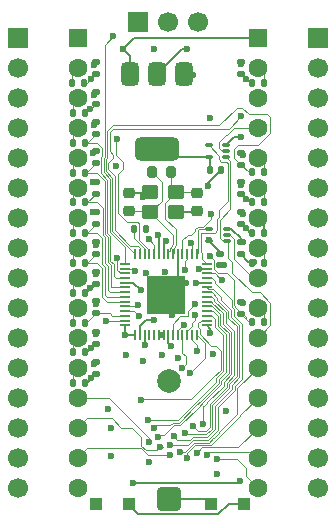
<source format=gbr>
%TF.GenerationSoftware,KiCad,Pcbnew,9.0.2-9.0.2-0~ubuntu22.04.1*%
%TF.CreationDate,2025-06-23T10:34:33-07:00*%
%TF.ProjectId,ds1486,64733134-3836-42e6-9b69-6361645f7063,rev?*%
%TF.SameCoordinates,Original*%
%TF.FileFunction,Copper,L1,Top*%
%TF.FilePolarity,Positive*%
%FSLAX46Y46*%
G04 Gerber Fmt 4.6, Leading zero omitted, Abs format (unit mm)*
G04 Created by KiCad (PCBNEW 9.0.2-9.0.2-0~ubuntu22.04.1) date 2025-06-23 10:34:33*
%MOMM*%
%LPD*%
G01*
G04 APERTURE LIST*
G04 Aperture macros list*
%AMRoundRect*
0 Rectangle with rounded corners*
0 $1 Rounding radius*
0 $2 $3 $4 $5 $6 $7 $8 $9 X,Y pos of 4 corners*
0 Add a 4 corners polygon primitive as box body*
4,1,4,$2,$3,$4,$5,$6,$7,$8,$9,$2,$3,0*
0 Add four circle primitives for the rounded corners*
1,1,$1+$1,$2,$3*
1,1,$1+$1,$4,$5*
1,1,$1+$1,$6,$7*
1,1,$1+$1,$8,$9*
0 Add four rect primitives between the rounded corners*
20,1,$1+$1,$2,$3,$4,$5,0*
20,1,$1+$1,$4,$5,$6,$7,0*
20,1,$1+$1,$6,$7,$8,$9,0*
20,1,$1+$1,$8,$9,$2,$3,0*%
G04 Aperture macros list end*
%TA.AperFunction,SMDPad,CuDef*%
%ADD10RoundRect,0.140000X-0.140000X-0.170000X0.140000X-0.170000X0.140000X0.170000X-0.140000X0.170000X0*%
%TD*%
%TA.AperFunction,SMDPad,CuDef*%
%ADD11RoundRect,0.140000X-0.170000X0.140000X-0.170000X-0.140000X0.170000X-0.140000X0.170000X0.140000X0*%
%TD*%
%TA.AperFunction,SMDPad,CuDef*%
%ADD12RoundRect,0.135000X-0.135000X-0.185000X0.135000X-0.185000X0.135000X0.185000X-0.135000X0.185000X0*%
%TD*%
%TA.AperFunction,SMDPad,CuDef*%
%ADD13RoundRect,0.135000X-0.185000X0.135000X-0.185000X-0.135000X0.185000X-0.135000X0.185000X0.135000X0*%
%TD*%
%TA.AperFunction,ComponentPad*%
%ADD14R,1.600000X1.600000*%
%TD*%
%TA.AperFunction,ComponentPad*%
%ADD15C,1.600000*%
%TD*%
%TA.AperFunction,SMDPad,CuDef*%
%ADD16RoundRect,0.135000X0.135000X0.185000X-0.135000X0.185000X-0.135000X-0.185000X0.135000X-0.185000X0*%
%TD*%
%TA.AperFunction,SMDPad,CuDef*%
%ADD17RoundRect,0.250000X0.300000X0.300000X-0.300000X0.300000X-0.300000X-0.300000X0.300000X-0.300000X0*%
%TD*%
%TA.AperFunction,ComponentPad*%
%ADD18R,1.700000X1.700000*%
%TD*%
%TA.AperFunction,ComponentPad*%
%ADD19C,1.700000*%
%TD*%
%TA.AperFunction,ComponentPad*%
%ADD20RoundRect,0.300000X-0.700000X-0.700000X0.700000X-0.700000X0.700000X0.700000X-0.700000X0.700000X0*%
%TD*%
%TA.AperFunction,ComponentPad*%
%ADD21C,2.000000*%
%TD*%
%TA.AperFunction,SMDPad,CuDef*%
%ADD22RoundRect,0.250000X0.450000X0.350000X-0.450000X0.350000X-0.450000X-0.350000X0.450000X-0.350000X0*%
%TD*%
%TA.AperFunction,SMDPad,CuDef*%
%ADD23RoundRect,0.050000X0.285000X0.100000X-0.285000X0.100000X-0.285000X-0.100000X0.285000X-0.100000X0*%
%TD*%
%TA.AperFunction,SMDPad,CuDef*%
%ADD24RoundRect,0.225000X-0.250000X0.225000X-0.250000X-0.225000X0.250000X-0.225000X0.250000X0.225000X0*%
%TD*%
%TA.AperFunction,SMDPad,CuDef*%
%ADD25RoundRect,0.225000X0.250000X-0.225000X0.250000X0.225000X-0.250000X0.225000X-0.250000X-0.225000X0*%
%TD*%
%TA.AperFunction,SMDPad,CuDef*%
%ADD26RoundRect,0.050000X0.387500X0.050000X-0.387500X0.050000X-0.387500X-0.050000X0.387500X-0.050000X0*%
%TD*%
%TA.AperFunction,SMDPad,CuDef*%
%ADD27RoundRect,0.050000X0.050000X0.387500X-0.050000X0.387500X-0.050000X-0.387500X0.050000X-0.387500X0*%
%TD*%
%TA.AperFunction,HeatsinkPad*%
%ADD28R,3.200000X3.200000*%
%TD*%
%TA.AperFunction,SMDPad,CuDef*%
%ADD29RoundRect,0.375000X-0.375000X0.625000X-0.375000X-0.625000X0.375000X-0.625000X0.375000X0.625000X0*%
%TD*%
%TA.AperFunction,SMDPad,CuDef*%
%ADD30RoundRect,0.500000X-1.400000X0.500000X-1.400000X-0.500000X1.400000X-0.500000X1.400000X0.500000X0*%
%TD*%
%TA.AperFunction,SMDPad,CuDef*%
%ADD31RoundRect,0.200000X0.200000X0.275000X-0.200000X0.275000X-0.200000X-0.275000X0.200000X-0.275000X0*%
%TD*%
%TA.AperFunction,ViaPad*%
%ADD32C,0.600000*%
%TD*%
%TA.AperFunction,Conductor*%
%ADD33C,0.100000*%
%TD*%
%TA.AperFunction,Conductor*%
%ADD34C,0.200000*%
%TD*%
G04 APERTURE END LIST*
D10*
%TO.P,C19,1*%
%TO.N,+3V3*%
X122940000Y-74700000D03*
%TO.P,C19,2*%
%TO.N,GND*%
X123900000Y-74700000D03*
%TD*%
D11*
%TO.P,C18,1*%
%TO.N,+3V3*%
X123800000Y-81800000D03*
%TO.P,C18,2*%
%TO.N,GND*%
X123800000Y-82760000D03*
%TD*%
D12*
%TO.P,R12,1*%
%TO.N,/A14*%
X111300000Y-69850000D03*
%TO.P,R12,2*%
%TO.N,/AC14*%
X112320000Y-69850000D03*
%TD*%
%TO.P,R5,1*%
%TO.N,/A3*%
X111300000Y-85100000D03*
%TO.P,R5,2*%
%TO.N,/AC3*%
X112320000Y-85100000D03*
%TD*%
D13*
%TO.P,R33,1*%
%TO.N,GND*%
X113250000Y-68080000D03*
%TO.P,R33,2*%
%TO.N,/AC14*%
X113250000Y-69100000D03*
%TD*%
D14*
%TO.P,J4,1,Pin_1*%
%TO.N,/INTB_*%
X111760000Y-63500000D03*
D15*
%TO.P,J4,2,Pin_2*%
%TO.N,/A16*%
X111760000Y-66040000D03*
%TO.P,J4,3,Pin_3*%
%TO.N,/A14*%
X111760000Y-68580000D03*
%TO.P,J4,4,Pin_4*%
%TO.N,/A12*%
X111760000Y-71120000D03*
%TO.P,J4,5,Pin_5*%
%TO.N,/A7*%
X111760000Y-73660000D03*
%TO.P,J4,6,Pin_6*%
%TO.N,/A6*%
X111760000Y-76200000D03*
%TO.P,J4,7,Pin_7*%
%TO.N,/A5*%
X111760000Y-78740000D03*
%TO.P,J4,8,Pin_8*%
%TO.N,/A4*%
X111760000Y-81280000D03*
%TO.P,J4,9,Pin_9*%
%TO.N,/A3*%
X111760000Y-83820000D03*
%TO.P,J4,10,Pin_10*%
%TO.N,/A2*%
X111760000Y-86360000D03*
%TO.P,J4,11,Pin_11*%
%TO.N,/A1*%
X111760000Y-88900000D03*
%TO.P,J4,12,Pin_12*%
%TO.N,/A0*%
X111760000Y-91440000D03*
%TO.P,J4,13,Pin_13*%
%TO.N,/DQ0*%
X111760000Y-93980000D03*
%TO.P,J4,14,Pin_14*%
%TO.N,/DQ1*%
X111760000Y-96520000D03*
%TO.P,J4,15,Pin_15*%
%TO.N,/DQ2*%
X111760000Y-99060000D03*
%TO.P,J4,16,Pin_16*%
%TO.N,GND*%
X111760000Y-101600000D03*
%TD*%
D13*
%TO.P,R28,1*%
%TO.N,GND*%
X125550000Y-78230000D03*
%TO.P,R28,2*%
%TO.N,/AC9*%
X125550000Y-79250000D03*
%TD*%
%TO.P,R21,1*%
%TO.N,GND*%
X113250000Y-85830000D03*
%TO.P,R21,2*%
%TO.N,/AC2*%
X113250000Y-86850000D03*
%TD*%
D12*
%TO.P,R19,1*%
%TO.N,/A16*%
X111280000Y-67300000D03*
%TO.P,R19,2*%
%TO.N,/AC16*%
X112300000Y-67300000D03*
%TD*%
D16*
%TO.P,R17,1*%
%TO.N,/A9*%
X127500000Y-80000000D03*
%TO.P,R17,2*%
%TO.N,/AC9*%
X126480000Y-80000000D03*
%TD*%
D13*
%TO.P,R35,1*%
%TO.N,GND*%
X113250000Y-65580000D03*
%TO.P,R35,2*%
%TO.N,/AC16*%
X113250000Y-66600000D03*
%TD*%
D16*
%TO.P,R11,1*%
%TO.N,/A15*%
X127500000Y-67300000D03*
%TO.P,R11,2*%
%TO.N,/AC15*%
X126480000Y-67300000D03*
%TD*%
D12*
%TO.P,R7,1*%
%TO.N,/A5*%
X111300000Y-80000000D03*
%TO.P,R7,2*%
%TO.N,/AC5*%
X112320000Y-80000000D03*
%TD*%
%TO.P,R6,1*%
%TO.N,/A2*%
X111300000Y-87650000D03*
%TO.P,R6,2*%
%TO.N,/AC2*%
X112320000Y-87650000D03*
%TD*%
D13*
%TO.P,R3,1*%
%TO.N,GND*%
X113250000Y-90930000D03*
%TO.P,R3,2*%
%TO.N,/AC0*%
X113250000Y-91950000D03*
%TD*%
D17*
%TO.P,D1,1,K*%
%TO.N,/VRTC*%
X116050000Y-102950000D03*
%TO.P,D1,2,A*%
%TO.N,+3V3*%
X113250000Y-102950000D03*
%TD*%
D18*
%TO.P,J3,1,Pin_1*%
%TO.N,+5V*%
X132080000Y-63500000D03*
D19*
%TO.P,J3,2,Pin_2*%
%TO.N,/A15*%
X132080000Y-66040000D03*
%TO.P,J3,3,Pin_3*%
%TO.N,/INTA_*%
X132080000Y-68580000D03*
%TO.P,J3,4,Pin_4*%
%TO.N,/WE_*%
X132080000Y-71120000D03*
%TO.P,J3,5,Pin_5*%
%TO.N,/A13*%
X132080000Y-73660000D03*
%TO.P,J3,6,Pin_6*%
%TO.N,/A8*%
X132080000Y-76200000D03*
%TO.P,J3,7,Pin_7*%
%TO.N,/A9*%
X132080000Y-78740000D03*
%TO.P,J3,8,Pin_8*%
%TO.N,/A11*%
X132080000Y-81280000D03*
%TO.P,J3,9,Pin_9*%
%TO.N,/OE_*%
X132080000Y-83820000D03*
%TO.P,J3,10,Pin_10*%
%TO.N,/A10*%
X132080000Y-86360000D03*
%TO.P,J3,11,Pin_11*%
%TO.N,/CE_*%
X132080000Y-88900000D03*
%TO.P,J3,12,Pin_12*%
%TO.N,/DQ7*%
X132080000Y-91440000D03*
%TO.P,J3,13,Pin_13*%
%TO.N,/DQ6*%
X132080000Y-93980000D03*
%TO.P,J3,14,Pin_14*%
%TO.N,/DQ5*%
X132080000Y-96520000D03*
%TO.P,J3,15,Pin_15*%
%TO.N,/DQ4*%
X132080000Y-99060000D03*
%TO.P,J3,16,Pin_16*%
%TO.N,/DQ3*%
X132080000Y-101600000D03*
%TD*%
D20*
%TO.P,BT1,1,+*%
%TO.N,+BATT*%
X119500000Y-102550000D03*
D21*
%TO.P,BT1,2,-*%
%TO.N,GND*%
X119500000Y-92550000D03*
%TD*%
D13*
%TO.P,R29,1*%
%TO.N,GND*%
X125550000Y-85880000D03*
%TO.P,R29,2*%
%TO.N,/AC10*%
X125550000Y-86900000D03*
%TD*%
%TO.P,R34,1*%
%TO.N,GND*%
X125550000Y-65530000D03*
%TO.P,R34,2*%
%TO.N,/AC15*%
X125550000Y-66550000D03*
%TD*%
D12*
%TO.P,R14,1*%
%TO.N,/A12*%
X111300000Y-72400000D03*
%TO.P,R14,2*%
%TO.N,/AC12*%
X112320000Y-72400000D03*
%TD*%
D18*
%TO.P,J2,1,Pin_1*%
%TO.N,/INTB_*%
X106680000Y-63500000D03*
D19*
%TO.P,J2,2,Pin_2*%
%TO.N,/A16*%
X106680000Y-66040000D03*
%TO.P,J2,3,Pin_3*%
%TO.N,/A14*%
X106680000Y-68580000D03*
%TO.P,J2,4,Pin_4*%
%TO.N,/A12*%
X106680000Y-71120000D03*
%TO.P,J2,5,Pin_5*%
%TO.N,/A7*%
X106680000Y-73660000D03*
%TO.P,J2,6,Pin_6*%
%TO.N,/A6*%
X106680000Y-76200000D03*
%TO.P,J2,7,Pin_7*%
%TO.N,/A5*%
X106680000Y-78740000D03*
%TO.P,J2,8,Pin_8*%
%TO.N,/A4*%
X106680000Y-81280000D03*
%TO.P,J2,9,Pin_9*%
%TO.N,/A3*%
X106680000Y-83820000D03*
%TO.P,J2,10,Pin_10*%
%TO.N,/A2*%
X106680000Y-86360000D03*
%TO.P,J2,11,Pin_11*%
%TO.N,/A1*%
X106680000Y-88900000D03*
%TO.P,J2,12,Pin_12*%
%TO.N,/A0*%
X106680000Y-91440000D03*
%TO.P,J2,13,Pin_13*%
%TO.N,/DQ0*%
X106680000Y-93980000D03*
%TO.P,J2,14,Pin_14*%
%TO.N,/DQ1*%
X106680000Y-96520000D03*
%TO.P,J2,15,Pin_15*%
%TO.N,/DQ2*%
X106680000Y-99060000D03*
%TO.P,J2,16,Pin_16*%
%TO.N,GND*%
X106680000Y-101600000D03*
%TD*%
D22*
%TO.P,Y2,1,1*%
%TO.N,/XIN*%
X120080000Y-76550000D03*
%TO.P,Y2,2,2*%
%TO.N,GND*%
X117880000Y-76550000D03*
%TO.P,Y2,3,3*%
%TO.N,/XOUT*%
X117880000Y-78250000D03*
%TO.P,Y2,4,4*%
%TO.N,GND*%
X120080000Y-78250000D03*
%TD*%
D12*
%TO.P,R9,1*%
%TO.N,/A7*%
X111300000Y-74950000D03*
%TO.P,R9,2*%
%TO.N,/AC7*%
X112320000Y-74950000D03*
%TD*%
D13*
%TO.P,R31,1*%
%TO.N,GND*%
X113250000Y-70650000D03*
%TO.P,R31,2*%
%TO.N,/AC12*%
X113250000Y-71670000D03*
%TD*%
D12*
%TO.P,R4,1*%
%TO.N,/A1*%
X111300000Y-90150000D03*
%TO.P,R4,2*%
%TO.N,/AC1*%
X112320000Y-90150000D03*
%TD*%
D23*
%TO.P,U5,1*%
%TO.N,/CE_*%
X124300000Y-73600000D03*
%TO.P,U5,2*%
%TO.N,/WE_*%
X124300000Y-73100000D03*
%TO.P,U5,3,GND*%
%TO.N,GND*%
X124300000Y-72600000D03*
%TO.P,U5,4*%
%TO.N,/CE_WE*%
X122820000Y-72600000D03*
%TO.P,U5,5,VCC*%
%TO.N,+3V3*%
X122820000Y-73600000D03*
%TD*%
D16*
%TO.P,R18,1*%
%TO.N,/A8*%
X127500000Y-77450000D03*
%TO.P,R18,2*%
%TO.N,/AC8*%
X126480000Y-77450000D03*
%TD*%
D24*
%TO.P,C3,1*%
%TO.N,/XIN*%
X121850000Y-76650000D03*
%TO.P,C3,2*%
%TO.N,GND*%
X121850000Y-78200000D03*
%TD*%
D16*
%TO.P,R13,1*%
%TO.N,/A13*%
X127500000Y-74900000D03*
%TO.P,R13,2*%
%TO.N,/AC13*%
X126480000Y-74900000D03*
%TD*%
%TO.P,R16,1*%
%TO.N,/A10*%
X127500000Y-87600000D03*
%TO.P,R16,2*%
%TO.N,/AC10*%
X126480000Y-87600000D03*
%TD*%
D13*
%TO.P,R32,1*%
%TO.N,GND*%
X125550000Y-73230000D03*
%TO.P,R32,2*%
%TO.N,/AC13*%
X125550000Y-74250000D03*
%TD*%
%TO.P,R22,1*%
%TO.N,GND*%
X113250000Y-83300000D03*
%TO.P,R22,2*%
%TO.N,/AC3*%
X113250000Y-84320000D03*
%TD*%
D23*
%TO.P,U7,1*%
%TO.N,/CE_*%
X124330000Y-80700000D03*
%TO.P,U7,2*%
%TO.N,/OE_*%
X124330000Y-80200000D03*
%TO.P,U7,3,GND*%
%TO.N,GND*%
X124330000Y-79700000D03*
%TO.P,U7,4*%
%TO.N,/CE_OE*%
X122850000Y-79700000D03*
%TO.P,U7,5,VCC*%
%TO.N,+3V3*%
X122850000Y-80700000D03*
%TD*%
D13*
%TO.P,R24,1*%
%TO.N,GND*%
X113250000Y-78230000D03*
%TO.P,R24,2*%
%TO.N,/AC5*%
X113250000Y-79250000D03*
%TD*%
%TO.P,R26,1*%
%TO.N,GND*%
X113250000Y-73130000D03*
%TO.P,R26,2*%
%TO.N,/AC7*%
X113250000Y-74150000D03*
%TD*%
D16*
%TO.P,R15,1*%
%TO.N,/A11*%
X127500000Y-82550000D03*
%TO.P,R15,2*%
%TO.N,/AC11*%
X126480000Y-82550000D03*
%TD*%
D13*
%TO.P,R30,1*%
%TO.N,GND*%
X125550000Y-80800000D03*
%TO.P,R30,2*%
%TO.N,/AC11*%
X125550000Y-81820000D03*
%TD*%
%TO.P,R27,1*%
%TO.N,GND*%
X125550000Y-75700000D03*
%TO.P,R27,2*%
%TO.N,/AC8*%
X125550000Y-76720000D03*
%TD*%
D14*
%TO.P,J5,1,Pin_1*%
%TO.N,+5V*%
X127000000Y-63500000D03*
D15*
%TO.P,J5,2,Pin_2*%
%TO.N,/A15*%
X127000000Y-66040000D03*
%TO.P,J5,3,Pin_3*%
%TO.N,/INTA_*%
X127000000Y-68580000D03*
%TO.P,J5,4,Pin_4*%
%TO.N,/WE_*%
X127000000Y-71120000D03*
%TO.P,J5,5,Pin_5*%
%TO.N,/A13*%
X127000000Y-73660000D03*
%TO.P,J5,6,Pin_6*%
%TO.N,/A8*%
X127000000Y-76200000D03*
%TO.P,J5,7,Pin_7*%
%TO.N,/A9*%
X127000000Y-78740000D03*
%TO.P,J5,8,Pin_8*%
%TO.N,/A11*%
X127000000Y-81280000D03*
%TO.P,J5,9,Pin_9*%
%TO.N,/OE_*%
X127000000Y-83820000D03*
%TO.P,J5,10,Pin_10*%
%TO.N,/A10*%
X127000000Y-86360000D03*
%TO.P,J5,11,Pin_11*%
%TO.N,/CE_*%
X127000000Y-88900000D03*
%TO.P,J5,12,Pin_12*%
%TO.N,/DQ7*%
X127000000Y-91440000D03*
%TO.P,J5,13,Pin_13*%
%TO.N,/DQ6*%
X127000000Y-93980000D03*
%TO.P,J5,14,Pin_14*%
%TO.N,/DQ5*%
X127000000Y-96520000D03*
%TO.P,J5,15,Pin_15*%
%TO.N,/DQ4*%
X127000000Y-99060000D03*
%TO.P,J5,16,Pin_16*%
%TO.N,/DQ3*%
X127000000Y-101600000D03*
%TD*%
D25*
%TO.P,C4,1*%
%TO.N,/XOUT*%
X116100000Y-78200000D03*
%TO.P,C4,2*%
%TO.N,GND*%
X116100000Y-76650000D03*
%TD*%
D13*
%TO.P,R25,1*%
%TO.N,GND*%
X113250000Y-75680000D03*
%TO.P,R25,2*%
%TO.N,/AC6*%
X113250000Y-76700000D03*
%TD*%
D26*
%TO.P,U1,1,IOVDD*%
%TO.N,+3V3*%
X122637500Y-87850000D03*
%TO.P,U1,2,GPIO0*%
%TO.N,/D_DIR*%
X122637500Y-87450000D03*
%TO.P,U1,3,GPIO1*%
%TO.N,/DQC0*%
X122637500Y-87050000D03*
%TO.P,U1,4,GPIO2*%
%TO.N,/DQC1*%
X122637500Y-86650000D03*
%TO.P,U1,5,GPIO3*%
%TO.N,/DQC2*%
X122637500Y-86250000D03*
%TO.P,U1,6,GPIO4*%
%TO.N,/DQC3*%
X122637500Y-85850000D03*
%TO.P,U1,7,GPIO5*%
%TO.N,/DQC4*%
X122637500Y-85450000D03*
%TO.P,U1,8,GPIO6*%
%TO.N,/DQC5*%
X122637500Y-85050000D03*
%TO.P,U1,9,GPIO7*%
%TO.N,/DQC6*%
X122637500Y-84650000D03*
%TO.P,U1,10,IOVDD*%
%TO.N,+3V3*%
X122637500Y-84250000D03*
%TO.P,U1,11,GPIO8*%
%TO.N,/DQC7*%
X122637500Y-83850000D03*
%TO.P,U1,12,GPIO9*%
%TO.N,/SCL*%
X122637500Y-83450000D03*
%TO.P,U1,13,GPIO10*%
%TO.N,/SDA*%
X122637500Y-83050000D03*
%TO.P,U1,14,GPIO11*%
%TO.N,/CE_WE*%
X122637500Y-82650000D03*
D27*
%TO.P,U1,15,GPIO12*%
%TO.N,/CE_OE*%
X121800000Y-81812500D03*
%TO.P,U1,16,GPIO13*%
%TO.N,/AC10*%
X121400000Y-81812500D03*
%TO.P,U1,17,GPIO14*%
%TO.N,/AC11*%
X121000000Y-81812500D03*
%TO.P,U1,18,GPIO15*%
%TO.N,/AC9*%
X120600000Y-81812500D03*
%TO.P,U1,19,TESTEN*%
%TO.N,GND*%
X120200000Y-81812500D03*
%TO.P,U1,20,XIN*%
%TO.N,/XIN*%
X119800000Y-81812500D03*
%TO.P,U1,21,XOUT*%
%TO.N,/XOUT*%
X119400000Y-81812500D03*
%TO.P,U1,22,IOVDD*%
%TO.N,+3V3*%
X119000000Y-81812500D03*
%TO.P,U1,23,DVDD*%
%TO.N,+1V1*%
X118600000Y-81812500D03*
%TO.P,U1,24,SWCLK*%
%TO.N,/SWCLK*%
X118200000Y-81812500D03*
%TO.P,U1,25,SWD*%
%TO.N,/SWD*%
X117800000Y-81812500D03*
%TO.P,U1,26,RUN*%
%TO.N,/RUN*%
X117400000Y-81812500D03*
%TO.P,U1,27,GPIO16*%
%TO.N,/AC8*%
X117000000Y-81812500D03*
%TO.P,U1,28,GPIO17*%
%TO.N,/AC13*%
X116600000Y-81812500D03*
D26*
%TO.P,U1,29,GPIO18*%
%TO.N,/AC15*%
X115762500Y-82650000D03*
%TO.P,U1,30,GPIO19*%
%TO.N,/AC16*%
X115762500Y-83050000D03*
%TO.P,U1,31,GPIO20*%
%TO.N,/AC14*%
X115762500Y-83450000D03*
%TO.P,U1,32,GPIO21*%
%TO.N,/AC12*%
X115762500Y-83850000D03*
%TO.P,U1,33,IOVDD*%
%TO.N,+3V3*%
X115762500Y-84250000D03*
%TO.P,U1,34,GPIO22*%
%TO.N,/AC7*%
X115762500Y-84650000D03*
%TO.P,U1,35,GPIO23*%
%TO.N,/AC6*%
X115762500Y-85050000D03*
%TO.P,U1,36,GPIO24*%
%TO.N,/AC5*%
X115762500Y-85450000D03*
%TO.P,U1,37,GPIO25*%
%TO.N,/AC4*%
X115762500Y-85850000D03*
%TO.P,U1,38,GPIO26_ADC0*%
%TO.N,/AC0*%
X115762500Y-86250000D03*
%TO.P,U1,39,GPIO27_ADC1*%
%TO.N,/AC1*%
X115762500Y-86650000D03*
%TO.P,U1,40,GPIO28_ADC2*%
%TO.N,/AC2*%
X115762500Y-87050000D03*
%TO.P,U1,41,GPIO29_ADC3*%
%TO.N,/AC3*%
X115762500Y-87450000D03*
%TO.P,U1,42,IOVDD*%
%TO.N,+3V3*%
X115762500Y-87850000D03*
D27*
%TO.P,U1,43,ADC_AVDD*%
X116600000Y-88687500D03*
%TO.P,U1,44,VREG_IN*%
X117000000Y-88687500D03*
%TO.P,U1,45,VREG_VOUT*%
%TO.N,+1V1*%
X117400000Y-88687500D03*
%TO.P,U1,46,USB_DM*%
%TO.N,unconnected-(U1-USB_DM-Pad46)*%
X117800000Y-88687500D03*
%TO.P,U1,47,USB_DP*%
%TO.N,unconnected-(U1-USB_DP-Pad47)*%
X118200000Y-88687500D03*
%TO.P,U1,48,USB_VDD*%
%TO.N,+3V3*%
X118600000Y-88687500D03*
%TO.P,U1,49,IOVDD*%
X119000000Y-88687500D03*
%TO.P,U1,50,DVDD*%
%TO.N,+1V1*%
X119400000Y-88687500D03*
%TO.P,U1,51,QSPI_SD3*%
%TO.N,/QSPI_SD3*%
X119800000Y-88687500D03*
%TO.P,U1,52,QSPI_SCLK*%
%TO.N,/QSPI_SCLK*%
X120200000Y-88687500D03*
%TO.P,U1,53,QSPI_SD0*%
%TO.N,/QSPI_SD0*%
X120600000Y-88687500D03*
%TO.P,U1,54,QSPI_SD2*%
%TO.N,/QSPI_SD2*%
X121000000Y-88687500D03*
%TO.P,U1,55,QSPI_SD1*%
%TO.N,/QSPI_SD1*%
X121400000Y-88687500D03*
%TO.P,U1,56,QSPI_SS*%
%TO.N,/QSPI_SS*%
X121800000Y-88687500D03*
D28*
%TO.P,U1,57,GND*%
%TO.N,GND*%
X119200000Y-85250000D03*
%TD*%
D12*
%TO.P,R8,1*%
%TO.N,/A4*%
X111300000Y-82550000D03*
%TO.P,R8,2*%
%TO.N,/AC4*%
X112320000Y-82550000D03*
%TD*%
D29*
%TO.P,U3,1,GND*%
%TO.N,GND*%
X120750000Y-66600000D03*
%TO.P,U3,2,VO*%
%TO.N,+3V3*%
X118450000Y-66600000D03*
D30*
X118450000Y-72900000D03*
D29*
%TO.P,U3,3,VI*%
%TO.N,+5V*%
X116150000Y-66600000D03*
%TD*%
D12*
%TO.P,R36,1*%
%TO.N,/RUN*%
X116480000Y-79700000D03*
%TO.P,R36,2*%
%TO.N,+3V3*%
X117500000Y-79700000D03*
%TD*%
%TO.P,R10,1*%
%TO.N,/A6*%
X111300000Y-77450000D03*
%TO.P,R10,2*%
%TO.N,/AC6*%
X112320000Y-77450000D03*
%TD*%
%TO.P,R2,1*%
%TO.N,/A0*%
X111300000Y-92700000D03*
%TO.P,R2,2*%
%TO.N,/AC0*%
X112320000Y-92700000D03*
%TD*%
D31*
%TO.P,R1,1*%
%TO.N,/XIN*%
X119630000Y-74900000D03*
%TO.P,R1,2*%
%TO.N,/XOUT*%
X117980000Y-74900000D03*
%TD*%
D18*
%TO.P,J1,1,Pin_1*%
%TO.N,/SWCLK*%
X116870000Y-62200000D03*
D19*
%TO.P,J1,2,Pin_2*%
%TO.N,GND*%
X119410000Y-62200000D03*
%TO.P,J1,3,Pin_3*%
%TO.N,/SWD*%
X121950000Y-62200000D03*
%TD*%
D13*
%TO.P,R23,1*%
%TO.N,GND*%
X113250000Y-80780000D03*
%TO.P,R23,2*%
%TO.N,/AC4*%
X113250000Y-81800000D03*
%TD*%
%TO.P,R20,1*%
%TO.N,GND*%
X113250000Y-88380000D03*
%TO.P,R20,2*%
%TO.N,/AC1*%
X113250000Y-89400000D03*
%TD*%
D17*
%TO.P,D2,1,K*%
%TO.N,/VRTC*%
X125850000Y-102950000D03*
%TO.P,D2,2,A*%
%TO.N,+BATT*%
X123050000Y-102950000D03*
%TD*%
D32*
%TO.N,GND*%
X114975808Y-74400000D03*
X124119101Y-82749000D03*
%TO.N,/SCL*%
X123960388Y-83980000D03*
%TO.N,/DQ4*%
X122650000Y-98800000D03*
%TO.N,/DQ2*%
X119535773Y-98843299D03*
%TO.N,/DQ5*%
X121800000Y-98650000D03*
%TO.N,/DQ0*%
X117808155Y-97754616D03*
%TO.N,/DQ6*%
X121013222Y-99116861D03*
%TO.N,+5V*%
X116450000Y-101200000D03*
X115550000Y-64450000D03*
X125500000Y-101050000D03*
%TO.N,/DQ3*%
X123500000Y-99150000D03*
%TO.N,/DQ1*%
X118700000Y-98200000D03*
%TO.N,GND*%
X113086131Y-68327249D03*
X122752531Y-76100811D03*
X121833760Y-78250000D03*
X121514255Y-66668121D03*
X117550000Y-83450000D03*
X120260451Y-90643321D03*
X125550000Y-71950000D03*
X112997709Y-78284333D03*
X119200000Y-85250000D03*
X113069371Y-65780000D03*
X125700333Y-73438667D03*
X120875763Y-84299417D03*
X122900000Y-70300000D03*
X117300000Y-90900000D03*
X114550000Y-98950000D03*
X113029207Y-73230410D03*
X125550000Y-65750000D03*
X113245403Y-88630000D03*
X113114167Y-91124167D03*
X118200000Y-64450000D03*
X123507502Y-100470000D03*
X119731000Y-87013605D03*
X113250000Y-81030000D03*
X113253231Y-83550000D03*
X117727501Y-99453473D03*
X115800000Y-90400000D03*
X113093000Y-70884847D03*
X113022517Y-75721923D03*
X119100000Y-83350000D03*
X125735076Y-85944925D03*
X125685579Y-78432099D03*
X124264000Y-95112500D03*
X125740946Y-80792877D03*
X113251801Y-86080000D03*
X117225454Y-76950000D03*
X114550000Y-96550000D03*
X125550000Y-75950000D03*
X123156306Y-90277805D03*
X118850000Y-90350000D03*
%TO.N,/DQ7*%
X120362948Y-98569460D03*
%TO.N,/QSPI_SD2*%
X121650637Y-87010749D03*
%TO.N,/QSPI_SD1*%
X121806000Y-90000000D03*
%TO.N,/QSPI_SS*%
X121250000Y-91900000D03*
%TO.N,/QSPI_SD3*%
X121620450Y-86079270D03*
%TO.N,/QSPI_SD0*%
X120550000Y-91450000D03*
%TO.N,/QSPI_SCLK*%
X120690373Y-87800301D03*
%TO.N,+3V3*%
X119700000Y-73350000D03*
X122923172Y-88538386D03*
X119650000Y-72500000D03*
X115750000Y-88700000D03*
X117099998Y-84900000D03*
X118800000Y-88640282D03*
X119210027Y-80740517D03*
X114300000Y-94950000D03*
X120950000Y-64450000D03*
X113200000Y-102800000D03*
X118450000Y-66600000D03*
X118150000Y-87400000D03*
X122880000Y-80618108D03*
X117500000Y-79700000D03*
X118816767Y-72533239D03*
X118925000Y-73375000D03*
X121725731Y-84306978D03*
%TO.N,/DQC0*%
X117679727Y-95837811D03*
%TO.N,/DQC2*%
X118550000Y-97350000D03*
%TO.N,/DQC1*%
X118156495Y-96541513D03*
%TO.N,/AC0*%
X112850000Y-92350000D03*
X116797784Y-86138247D03*
%TO.N,/AC1*%
X112850000Y-89800000D03*
X116900000Y-87050000D03*
%TO.N,/AC3*%
X114150000Y-87500000D03*
X112800000Y-84700000D03*
%TO.N,/AC15*%
X114752142Y-63385667D03*
X125975000Y-66975000D03*
%TO.N,/AC14*%
X112750000Y-69500000D03*
X115100000Y-82150000D03*
%TO.N,/AC11*%
X126681101Y-82455924D03*
X120800000Y-83149998D03*
%TO.N,/AC10*%
X122950000Y-82000000D03*
X121329649Y-80893311D03*
%TO.N,/AC9*%
X125950000Y-79650000D03*
X123000000Y-78400000D03*
%TO.N,/AC8*%
X125550000Y-70150000D03*
X125965000Y-77135000D03*
%TO.N,/AC16*%
X116569019Y-83233262D03*
X112850000Y-67000000D03*
%TO.N,/DQC4*%
X121500000Y-96350000D03*
%TO.N,/DQC5*%
X120850000Y-97000000D03*
%TO.N,/DQC7*%
X119544867Y-97993346D03*
%TO.N,/DQC3*%
X122350000Y-96200000D03*
%TO.N,/DQC6*%
X119850000Y-97250000D03*
%TO.N,/SWD*%
X115050000Y-72100000D03*
%TO.N,/SWCLK*%
X117725134Y-80564606D03*
%TO.N,/SDA*%
X121966092Y-83049999D03*
%TO.N,/VRTC*%
X116050000Y-102950000D03*
%TO.N,+1V1*%
X118519816Y-80244420D03*
X119624999Y-89618708D03*
X117405037Y-89504205D03*
%TO.N,/D_DIR*%
X117100000Y-94200000D03*
%TD*%
D33*
%TO.N,/AC12*%
X114251000Y-75527116D02*
X113721000Y-74997116D01*
%TO.N,/AC8*%
X114321000Y-74082973D02*
X114750000Y-73653973D01*
%TO.N,/AC7*%
X114050000Y-75610372D02*
X113389628Y-74950000D01*
%TO.N,/AC13*%
X126230000Y-70000000D02*
X127800000Y-70000000D01*
X123685000Y-70935000D02*
X125200000Y-69420000D01*
%TO.N,/AC12*%
X113721000Y-74997116D02*
X113721000Y-73618808D01*
%TO.N,/AC15*%
X113921000Y-73701650D02*
X114050000Y-73572650D01*
%TO.N,/AC7*%
X114050000Y-80111027D02*
X114050000Y-75610372D01*
%TO.N,/AC13*%
X126997339Y-72609000D02*
X125301372Y-72609000D01*
X114250000Y-71367158D02*
X114682158Y-70935000D01*
%TO.N,/AC12*%
X113721000Y-73618808D02*
X113821000Y-73518808D01*
%TO.N,/AC13*%
X124979000Y-73679000D02*
X125550000Y-74250000D01*
%TO.N,/AC8*%
X114750000Y-73653973D02*
X114750000Y-73400000D01*
%TO.N,/AC13*%
X125200000Y-69420000D02*
X125650000Y-69420000D01*
%TO.N,/AC15*%
X113921000Y-74914274D02*
X113921000Y-73701650D01*
%TO.N,/AC12*%
X114800000Y-82696268D02*
X114492461Y-82388729D01*
%TO.N,/AC13*%
X128051000Y-71555339D02*
X126997339Y-72609000D01*
%TO.N,/AC12*%
X114492461Y-82388729D02*
X114492461Y-80269231D01*
%TO.N,/AC13*%
X125650000Y-69420000D02*
X126230000Y-70000000D01*
%TO.N,/AC8*%
X114750000Y-73400000D02*
X114451000Y-73101000D01*
X116200000Y-81100000D02*
X114851000Y-79751000D01*
%TO.N,/AC12*%
X114251000Y-80027770D02*
X114251000Y-75527116D01*
X113821000Y-73518808D02*
X113821000Y-72831372D01*
%TO.N,/AC8*%
X114851000Y-75185736D02*
X114321000Y-74655736D01*
%TO.N,/AC13*%
X114892461Y-80104961D02*
X114892462Y-80103547D01*
X124979000Y-72931372D02*
X124979000Y-73679000D01*
X114892462Y-80103547D02*
X114651000Y-79862085D01*
X114682158Y-70935000D02*
X123685000Y-70935000D01*
%TO.N,/AC8*%
X114451000Y-73101000D02*
X114451000Y-71449000D01*
%TO.N,/AC13*%
X114250000Y-73655492D02*
X114250000Y-71367158D01*
%TO.N,/AC8*%
X116800000Y-81100000D02*
X116200000Y-81100000D01*
X114451000Y-71449000D02*
X114700000Y-71200000D01*
X114700000Y-71200000D02*
X124500000Y-71200000D01*
%TO.N,/AC15*%
X114692461Y-80186389D02*
X114451000Y-79944927D01*
%TO.N,/AC13*%
X114121000Y-73784492D02*
X114250000Y-73655492D01*
X114121000Y-74831432D02*
X114121000Y-73784492D01*
%TO.N,/AC7*%
X114550000Y-82767294D02*
X114291461Y-82508755D01*
%TO.N,/AC13*%
X116600000Y-81812500D02*
X114892461Y-80104961D01*
%TO.N,/AC15*%
X114451000Y-75444274D02*
X113921000Y-74914274D01*
%TO.N,/AC12*%
X115000000Y-83850000D02*
X114800000Y-83650000D01*
%TO.N,/AC8*%
X117000000Y-81812500D02*
X117000000Y-81300000D01*
%TO.N,/AC15*%
X114050000Y-73572650D02*
X114050000Y-64087809D01*
%TO.N,/AC8*%
X114851000Y-79751000D02*
X114851000Y-75185736D01*
%TO.N,/AC12*%
X115762500Y-83850000D02*
X115000000Y-83850000D01*
X113389628Y-72400000D02*
X112320000Y-72400000D01*
%TO.N,/AC13*%
X128051000Y-70251000D02*
X128051000Y-71555339D01*
%TO.N,/AC12*%
X114492461Y-80269231D02*
X114251000Y-80027770D01*
%TO.N,/AC7*%
X114600000Y-84650000D02*
X114550000Y-84600000D01*
%TO.N,/AC8*%
X114321000Y-74655736D02*
X114321000Y-74082973D01*
%TO.N,/SWD*%
X114950000Y-73438334D02*
X114950000Y-72200000D01*
%TO.N,/AC13*%
X114651000Y-79862085D02*
X114651000Y-75361432D01*
%TO.N,/AC7*%
X114291461Y-80352489D02*
X114050000Y-80111027D01*
%TO.N,/AC13*%
X127800000Y-70000000D02*
X128051000Y-70251000D01*
%TO.N,/SWD*%
X115580000Y-74631666D02*
X115580000Y-74068334D01*
%TO.N,/AC7*%
X113389628Y-74950000D02*
X112320000Y-74950000D01*
%TO.N,/AC15*%
X114451000Y-79944927D02*
X114451000Y-75444274D01*
%TO.N,/SWD*%
X115580000Y-74068334D02*
X114950000Y-73438334D01*
X115181666Y-75030000D02*
X115580000Y-74631666D01*
%TO.N,/AC13*%
X114651000Y-75361432D02*
X114121000Y-74831432D01*
%TO.N,/AC15*%
X115762500Y-82650000D02*
X115762500Y-81257842D01*
%TO.N,/AC12*%
X113821000Y-72831372D02*
X113389628Y-72400000D01*
X114800000Y-83650000D02*
X114800000Y-82696268D01*
%TO.N,/SWD*%
X114950000Y-72200000D02*
X115050000Y-72100000D01*
%TO.N,/AC13*%
X125301372Y-72609000D02*
X124979000Y-72931372D01*
%TO.N,/AC8*%
X117000000Y-81300000D02*
X116800000Y-81100000D01*
%TO.N,/SWD*%
X115181666Y-78377424D02*
X115181666Y-75030000D01*
%TO.N,/AC7*%
X114291461Y-82508755D02*
X114291461Y-80352489D01*
%TO.N,/AC15*%
X114692461Y-80187803D02*
X114692461Y-80186389D01*
X115762500Y-81257842D02*
X114692461Y-80187803D01*
%TO.N,/AC7*%
X114550000Y-84600000D02*
X114550000Y-82767294D01*
X115762500Y-84650000D02*
X114600000Y-84650000D01*
%TO.N,/AC8*%
X124500000Y-71200000D02*
X125550000Y-70150000D01*
%TO.N,/AC15*%
X114050000Y-64087809D02*
X114752142Y-63385667D01*
%TO.N,/SWD*%
X115502121Y-78697879D02*
X115181666Y-78377424D01*
%TO.N,/CE_*%
X128051000Y-87849000D02*
X128051000Y-85924661D01*
%TO.N,/OE_*%
X124979000Y-80514000D02*
X124979000Y-82222969D01*
X126576031Y-83820000D02*
X127000000Y-83820000D01*
%TO.N,/CE_*%
X124799101Y-83399101D02*
X124799101Y-82467334D01*
X124799101Y-82467334D02*
X124480000Y-82148233D01*
D34*
%TO.N,/AC11*%
X125550000Y-81820000D02*
X126185924Y-82455924D01*
%TO.N,GND*%
X125733823Y-80800000D02*
X125740946Y-80792877D01*
D33*
%TO.N,/CE_*%
X127176339Y-85050000D02*
X126450000Y-85050000D01*
X126450000Y-85050000D02*
X124799101Y-83399101D01*
%TO.N,/AC10*%
X125169998Y-86368209D02*
X125169998Y-86369626D01*
%TO.N,/CE_*%
X128051000Y-85924661D02*
X127176339Y-85050000D01*
%TO.N,/AC10*%
X124980000Y-84004264D02*
X124980000Y-86178213D01*
%TO.N,/SCL*%
X123340320Y-83450000D02*
X123870320Y-83980000D01*
%TO.N,/OE_*%
X124979000Y-82222969D02*
X126576031Y-83820000D01*
%TO.N,/CE_*%
X124480000Y-82148233D02*
X124480000Y-80850000D01*
%TO.N,/OE_*%
X124665000Y-80200000D02*
X124979000Y-80514000D01*
%TO.N,/SCL*%
X123870320Y-83980000D02*
X123960388Y-83980000D01*
X122637500Y-83450000D02*
X123340320Y-83450000D01*
%TO.N,/AC10*%
X125950000Y-87149628D02*
X125950000Y-87300000D01*
X125169998Y-86369626D02*
X125950000Y-87149628D01*
X122950000Y-82000000D02*
X123239000Y-82289000D01*
X123567541Y-83392965D02*
X124368701Y-83392965D01*
X123239000Y-82289000D02*
X123239000Y-83064424D01*
X124368701Y-83392965D02*
X124980000Y-84004264D01*
D34*
%TO.N,GND*%
X125550000Y-80800000D02*
X125733823Y-80800000D01*
%TO.N,/AC11*%
X126480000Y-82550000D02*
X126587025Y-82550000D01*
%TO.N,GND*%
X125550000Y-78230000D02*
X125685579Y-78365579D01*
D33*
%TO.N,/CE_*%
X124480000Y-80850000D02*
X124330000Y-80700000D01*
D34*
%TO.N,/AC11*%
X126587025Y-82550000D02*
X126681101Y-82455924D01*
D33*
%TO.N,/OE_*%
X124330000Y-80200000D02*
X124665000Y-80200000D01*
%TO.N,/CE_*%
X127000000Y-88900000D02*
X128051000Y-87849000D01*
%TO.N,/AC10*%
X124980000Y-86178213D02*
X125169998Y-86368209D01*
D34*
%TO.N,GND*%
X125685579Y-78365579D02*
X125685579Y-78432099D01*
%TO.N,/AC11*%
X126185924Y-82455924D02*
X126681101Y-82455924D01*
%TO.N,GND*%
X123800000Y-82760000D02*
X124108101Y-82760000D01*
D33*
%TO.N,/AC10*%
X123239000Y-83064424D02*
X123567541Y-83392965D01*
D34*
%TO.N,GND*%
X124108101Y-82760000D02*
X124119101Y-82749000D01*
%TO.N,+3V3*%
X123800000Y-81800000D02*
X123800000Y-81650000D01*
X123800000Y-81650000D02*
X122850000Y-80700000D01*
D33*
%TO.N,/CE_WE*%
X122200000Y-80000000D02*
X123317001Y-80000000D01*
X123680000Y-78681666D02*
X123680000Y-78118334D01*
D34*
%TO.N,+3V3*%
X122880000Y-80670000D02*
X122880000Y-80618108D01*
D33*
%TO.N,/CE_WE*%
X124431000Y-74131000D02*
X124300000Y-74000000D01*
X123517001Y-78844665D02*
X123680000Y-78681666D01*
X122200000Y-81648334D02*
X122200000Y-80000000D01*
D34*
%TO.N,+3V3*%
X122850000Y-80700000D02*
X122880000Y-80670000D01*
D33*
%TO.N,/CE_WE*%
X122270000Y-81718334D02*
X122200000Y-81648334D01*
X123317001Y-80000000D02*
X123517001Y-79800000D01*
X123680000Y-78118334D02*
X124431000Y-77367334D01*
X123700000Y-73480000D02*
X122820000Y-72600000D01*
X122637500Y-82650000D02*
X122270000Y-82282500D01*
X122270000Y-82282500D02*
X122270000Y-81718334D01*
X123517001Y-79800000D02*
X123517001Y-78844665D01*
X124431000Y-77367334D02*
X124431000Y-74131000D01*
X124300000Y-74000000D02*
X123900000Y-74000000D01*
X123900000Y-74000000D02*
X123700000Y-73800000D01*
X123700000Y-73800000D02*
X123700000Y-73480000D01*
%TO.N,/CE_OE*%
X121800000Y-81812500D02*
X121880649Y-81731851D01*
X122000000Y-79700000D02*
X122850000Y-79700000D01*
%TO.N,/AC9*%
X120600000Y-81812500D02*
X120600000Y-80661294D01*
X120600000Y-80661294D02*
X121046516Y-80214778D01*
X121302380Y-80214778D02*
X121680649Y-79836509D01*
X121680649Y-79836509D02*
X121680649Y-79736509D01*
X121046516Y-80214778D02*
X121302380Y-80214778D01*
X121680649Y-79736509D02*
X121917158Y-79500000D01*
X122327560Y-79500000D02*
X123000000Y-78827560D01*
X123000000Y-78827560D02*
X123000000Y-78400000D01*
%TO.N,/CE_OE*%
X121880649Y-79819351D02*
X122000000Y-79700000D01*
%TO.N,/AC10*%
X121400000Y-81812500D02*
X121400000Y-80963662D01*
%TO.N,/AC9*%
X121917158Y-79500000D02*
X122327560Y-79500000D01*
%TO.N,/AC10*%
X121400000Y-80963662D02*
X121329649Y-80893311D01*
%TO.N,/CE_OE*%
X121880649Y-81731851D02*
X121880649Y-79819351D01*
%TO.N,/DQC7*%
X123326000Y-84307278D02*
X124753000Y-85734278D01*
X123583000Y-96234321D02*
X123583000Y-96715527D01*
X123584000Y-94767427D02*
X123584000Y-96233321D01*
X123326000Y-84073936D02*
X123326000Y-84307278D01*
X124942998Y-86462237D02*
X124942998Y-87043519D01*
X125019000Y-93332427D02*
X123584000Y-94767427D01*
X121519507Y-97575001D02*
X121101162Y-97993346D01*
X122637500Y-83850000D02*
X123102064Y-83850000D01*
X124753000Y-86272240D02*
X124942998Y-86462237D01*
X124753000Y-85734278D02*
X124753000Y-86272240D01*
X124942998Y-87043519D02*
X125655301Y-87755822D01*
X123102064Y-83850000D02*
X123326000Y-84073936D01*
X123583000Y-96715527D02*
X122723526Y-97575001D01*
X121101162Y-97993346D02*
X119544867Y-97993346D01*
X125655301Y-87755822D02*
X125655301Y-92367151D01*
X125019000Y-93003454D02*
X125019000Y-93332427D01*
X123584000Y-96233321D02*
X123583000Y-96234321D01*
X122723526Y-97575001D02*
X121519507Y-97575001D01*
X125655301Y-92367151D02*
X125019000Y-93003454D01*
D34*
%TO.N,GND*%
X122752531Y-76100811D02*
X122752531Y-75847469D01*
X122752531Y-75847469D02*
X123900000Y-74700000D01*
D33*
%TO.N,/CE_*%
X124330000Y-80700000D02*
X123995000Y-80700000D01*
X123995000Y-80700000D02*
X123744000Y-80449000D01*
X124631000Y-73931000D02*
X124300000Y-73600000D01*
X123744000Y-80449000D02*
X123744000Y-78900508D01*
X123744000Y-78900508D02*
X124631000Y-78013508D01*
X124631000Y-78013508D02*
X124631000Y-73931000D01*
D34*
%TO.N,+3V3*%
X122940000Y-74700000D02*
X122940000Y-73720000D01*
X122940000Y-73720000D02*
X122820000Y-73600000D01*
D33*
%TO.N,/A13*%
X127500000Y-74900000D02*
X127500000Y-74160000D01*
X127500000Y-74160000D02*
X127000000Y-73660000D01*
%TO.N,/A3*%
X111300000Y-85100000D02*
X111300000Y-84280000D01*
X111300000Y-84280000D02*
X111760000Y-83820000D01*
%TO.N,/A4*%
X111300000Y-82550000D02*
X111300000Y-81740000D01*
X111300000Y-81740000D02*
X111760000Y-81280000D01*
%TO.N,/A7*%
X111300000Y-74950000D02*
X111300000Y-74120000D01*
X111300000Y-74120000D02*
X111760000Y-73660000D01*
%TO.N,/A8*%
X127500000Y-76700000D02*
X127000000Y-76200000D01*
X127500000Y-77450000D02*
X127500000Y-76700000D01*
%TO.N,/A14*%
X111300000Y-69040000D02*
X111760000Y-68580000D01*
X111300000Y-69850000D02*
X111300000Y-69040000D01*
%TO.N,/DQ4*%
X127000000Y-99060000D02*
X126640000Y-98700000D01*
X122672722Y-98550000D02*
X122500000Y-98722722D01*
X127000000Y-99060000D02*
X126490000Y-98550000D01*
X126490000Y-98550000D02*
X122672722Y-98550000D01*
X122500000Y-98722722D02*
X122500000Y-98966949D01*
%TO.N,/DQ2*%
X112559999Y-98260001D02*
X117069032Y-98260001D01*
X117652330Y-98843299D02*
X119535773Y-98843299D01*
X111760000Y-99060000D02*
X112559999Y-98260001D01*
X117069032Y-98260001D02*
X117652330Y-98843299D01*
%TO.N,/A5*%
X111300000Y-80000000D02*
X111300000Y-79200000D01*
X111300000Y-79200000D02*
X111760000Y-78740000D01*
%TO.N,/WE_*%
X124310936Y-71777000D02*
X124344027Y-71776999D01*
X124344027Y-71776999D02*
X125001026Y-71120000D01*
X123714000Y-72849000D02*
X123714000Y-72373936D01*
X125001026Y-71120000D02*
X127000000Y-71120000D01*
X123965000Y-73100000D02*
X123714000Y-72849000D01*
X123714000Y-72373936D02*
X124310936Y-71777000D01*
X124300000Y-73100000D02*
X123965000Y-73100000D01*
%TO.N,/A11*%
X127500000Y-81780000D02*
X127000000Y-81280000D01*
X127500000Y-82550000D02*
X127500000Y-81780000D01*
%TO.N,/DQ5*%
X122260133Y-98189867D02*
X121800000Y-98650000D01*
X122550000Y-98189867D02*
X122260133Y-98189867D01*
X125330133Y-98189867D02*
X122550000Y-98189867D01*
X127000000Y-96520000D02*
X125330133Y-98189867D01*
%TO.N,/A15*%
X127500000Y-66540000D02*
X127000000Y-66040000D01*
X127500000Y-67300000D02*
X127500000Y-66540000D01*
%TO.N,/A16*%
X111280000Y-67300000D02*
X111280000Y-66520000D01*
X111280000Y-66520000D02*
X111760000Y-66040000D01*
%TO.N,/DQ0*%
X111760000Y-93980000D02*
X114411911Y-93980000D01*
X117808155Y-97376244D02*
X117808155Y-97754616D01*
X114411911Y-93980000D02*
X117808155Y-97376244D01*
%TO.N,/DQ6*%
X121013222Y-98646970D02*
X121013222Y-99116861D01*
X125500000Y-95500000D02*
X123010133Y-97989867D01*
X121670325Y-97989867D02*
X121013222Y-98646970D01*
X125500000Y-95480000D02*
X125500000Y-95500000D01*
X123010133Y-97989867D02*
X121670325Y-97989867D01*
X127000000Y-93980000D02*
X125500000Y-95480000D01*
%TO.N,/A12*%
X111300000Y-72400000D02*
X111300000Y-71580000D01*
X111300000Y-71580000D02*
X111760000Y-71120000D01*
D34*
%TO.N,+5V*%
X125350000Y-101200000D02*
X125500000Y-101050000D01*
X116450000Y-101200000D02*
X125350000Y-101200000D01*
X115550000Y-64450000D02*
X116500000Y-63500000D01*
X116500000Y-63500000D02*
X127000000Y-63500000D01*
X116150000Y-66600000D02*
X116150000Y-65050000D01*
X116150000Y-65050000D02*
X115550000Y-64450000D01*
D33*
%TO.N,/DQ3*%
X126000000Y-99950000D02*
X125200000Y-99150000D01*
X125200000Y-99150000D02*
X123500000Y-99150000D01*
X127000000Y-101600000D02*
X126000000Y-100600000D01*
X126000000Y-100600000D02*
X126000000Y-99950000D01*
%TO.N,/A10*%
X127500000Y-87600000D02*
X127500000Y-86860000D01*
X127500000Y-86860000D02*
X127000000Y-86360000D01*
%TO.N,/A1*%
X111300000Y-89360000D02*
X111760000Y-88900000D01*
X111300000Y-90150000D02*
X111300000Y-89360000D01*
%TO.N,/DQ1*%
X115431666Y-96520000D02*
X116370000Y-96520000D01*
X112559999Y-95720001D02*
X114631667Y-95720001D01*
X118465384Y-98434616D02*
X118700000Y-98200000D01*
X117128155Y-97278155D02*
X117128155Y-98036282D01*
X117526489Y-98434616D02*
X118465384Y-98434616D01*
X111760000Y-96520000D02*
X112559999Y-95720001D01*
X114631667Y-95720001D02*
X115431666Y-96520000D01*
X117128155Y-98036282D02*
X117526489Y-98434616D01*
X118700000Y-98200000D02*
X118950000Y-98200000D01*
X116370000Y-96520000D02*
X117128155Y-97278155D01*
%TO.N,/A2*%
X111300000Y-86820000D02*
X111760000Y-86360000D01*
X111300000Y-87650000D02*
X111300000Y-86820000D01*
D34*
%TO.N,GND*%
X117880000Y-76815653D02*
X117973188Y-76908841D01*
X125550000Y-73230000D02*
X125550000Y-73288334D01*
X120200000Y-84250000D02*
X119200000Y-85250000D01*
X120818121Y-66668121D02*
X121514255Y-66668121D01*
X117780000Y-76650000D02*
X117880000Y-76550000D01*
X113250000Y-65707908D02*
X113177908Y-65780000D01*
X117880000Y-76550000D02*
X117625454Y-76550000D01*
X113250000Y-85830000D02*
X113250000Y-86078199D01*
X113086131Y-68243869D02*
X113086131Y-68327249D01*
X117625454Y-76550000D02*
X117225454Y-76950000D01*
X113250000Y-88625403D02*
X113245403Y-88630000D01*
X125550000Y-65530000D02*
X125550000Y-65750000D01*
X121850000Y-78200000D02*
X121850000Y-78233760D01*
X113250000Y-75680000D02*
X113134079Y-75795921D01*
X125550000Y-85880000D02*
X125670151Y-85880000D01*
X121922922Y-78339162D02*
X121833760Y-78250000D01*
X113250000Y-78238695D02*
X113204362Y-78284333D01*
X113134079Y-75795921D02*
X113096515Y-75795921D01*
X124950000Y-71950000D02*
X125550000Y-71950000D01*
X125550000Y-80500000D02*
X125550000Y-80800000D01*
X113177908Y-65780000D02*
X113069371Y-65780000D01*
X117880000Y-76550000D02*
X117880000Y-76815653D01*
X120200000Y-81812500D02*
X120200000Y-84250000D01*
X125550000Y-73288334D02*
X125700333Y-73438667D01*
X125670151Y-85880000D02*
X125735076Y-85944925D01*
X113250000Y-68080000D02*
X113086131Y-68243869D01*
X125550000Y-75700000D02*
X125550000Y-75950000D01*
X113250000Y-70727847D02*
X113093000Y-70884847D01*
X113250000Y-73130000D02*
X113129617Y-73130000D01*
X113250000Y-70650000D02*
X113250000Y-70727847D01*
X124750000Y-79700000D02*
X125550000Y-80500000D01*
X113250000Y-83300000D02*
X113250000Y-83546769D01*
X113250000Y-86078199D02*
X113251801Y-86080000D01*
X121833760Y-78250000D02*
X119870000Y-78250000D01*
X119870000Y-78250000D02*
X120080000Y-78250000D01*
X124300000Y-72600000D02*
X124950000Y-71950000D01*
X113129617Y-73130000D02*
X113029207Y-73230410D01*
X120750000Y-66600000D02*
X120818121Y-66668121D01*
X113250000Y-83546769D02*
X113253231Y-83550000D01*
X113250000Y-90988334D02*
X113114167Y-91124167D01*
X113096515Y-75795921D02*
X113022517Y-75721923D01*
X113250000Y-80780000D02*
X113250000Y-81030000D01*
X116100000Y-76650000D02*
X117780000Y-76650000D01*
X113250000Y-88380000D02*
X113250000Y-88625403D01*
X121850000Y-78233760D02*
X121833760Y-78250000D01*
X124330000Y-79700000D02*
X124750000Y-79700000D01*
X113204362Y-78284333D02*
X112997709Y-78284333D01*
X113250000Y-78230000D02*
X113250000Y-78238695D01*
X113250000Y-65580000D02*
X113250000Y-65707908D01*
X113250000Y-90930000D02*
X113250000Y-90988334D01*
D33*
%TO.N,/A0*%
X111300000Y-91900000D02*
X111760000Y-91440000D01*
X111300000Y-92700000D02*
X111300000Y-91900000D01*
D34*
%TO.N,/A9*%
X127500000Y-79240000D02*
X127000000Y-78740000D01*
X127500000Y-80000000D02*
X127500000Y-79240000D01*
D33*
%TO.N,/A6*%
X111300000Y-76660000D02*
X111760000Y-76200000D01*
X111300000Y-77450000D02*
X111300000Y-76660000D01*
%TO.N,/DQ7*%
X121587483Y-97789867D02*
X120807890Y-98569460D01*
X125250000Y-93190000D02*
X125250000Y-95350000D01*
X120807890Y-98569460D02*
X120362948Y-98569460D01*
X122810133Y-97789867D02*
X121587483Y-97789867D01*
X123231369Y-97400000D02*
X123200000Y-97400000D01*
X125250000Y-95350000D02*
X123700000Y-96900000D01*
X123700000Y-96931369D02*
X123231369Y-97400000D01*
X123200000Y-97400000D02*
X122810133Y-97789867D01*
X127000000Y-91440000D02*
X125250000Y-93190000D01*
X123700000Y-96900000D02*
X123700000Y-96931369D01*
%TO.N,/QSPI_SD2*%
X121000000Y-88364358D02*
X121408837Y-87955521D01*
X121650637Y-87399363D02*
X121650637Y-87010749D01*
X121408837Y-87955521D02*
X121408837Y-87641163D01*
X121408837Y-87641163D02*
X121650637Y-87399363D01*
X121000000Y-88687500D02*
X121000000Y-88364358D01*
%TO.N,/QSPI_SD1*%
X121400000Y-88687500D02*
X121400000Y-89125000D01*
X121806000Y-89531000D02*
X121806000Y-90000000D01*
X121400000Y-89125000D02*
X121806000Y-89531000D01*
%TO.N,/QSPI_SS*%
X121250000Y-91900000D02*
X122485120Y-90664880D01*
X122485120Y-89372620D02*
X121800000Y-88687500D01*
X122485120Y-90664880D02*
X122485120Y-89372620D01*
%TO.N,/QSPI_SD3*%
X121051000Y-86648720D02*
X121620450Y-86079270D01*
X119800000Y-88687500D02*
X119800000Y-87723837D01*
X119800000Y-87723837D02*
X120422837Y-87101000D01*
X121051000Y-87101000D02*
X121051000Y-86648720D01*
X120422837Y-87101000D02*
X121051000Y-87101000D01*
%TO.N,/QSPI_SD0*%
X120874000Y-91126000D02*
X120550000Y-91450000D01*
X120600000Y-88687500D02*
X120600000Y-90192461D01*
X120600000Y-90192461D02*
X120874000Y-90466461D01*
X120874000Y-90466461D02*
X120874000Y-91126000D01*
%TO.N,/QSPI_SCLK*%
X120649699Y-87800301D02*
X120690373Y-87800301D01*
X120200000Y-88250000D02*
X120649699Y-87800301D01*
X120200000Y-88687500D02*
X120200000Y-88250000D01*
D34*
%TO.N,+3V3*%
X122820000Y-73600000D02*
X119150000Y-73600000D01*
X118450000Y-66600000D02*
X120600000Y-64450000D01*
X119000000Y-80950544D02*
X119210027Y-80740517D01*
X116600000Y-88687500D02*
X115762500Y-88687500D01*
X118450000Y-66600000D02*
X118475000Y-66575000D01*
X118450000Y-72900000D02*
X118925000Y-73375000D01*
X122923172Y-88135672D02*
X122923172Y-88538386D01*
X118150000Y-87400000D02*
X117550000Y-87400000D01*
X113250000Y-102850000D02*
X113200000Y-102800000D01*
X117000000Y-87950000D02*
X117000000Y-88687500D01*
X122637500Y-87850000D02*
X122923172Y-88135672D01*
X119250000Y-72900000D02*
X119700000Y-73350000D01*
X119250000Y-72900000D02*
X119650000Y-72500000D01*
X116449998Y-84250000D02*
X117099998Y-84900000D01*
X115762500Y-87850000D02*
X115762500Y-88687500D01*
X121782709Y-84250000D02*
X121725731Y-84306978D01*
X118600000Y-88687500D02*
X118752782Y-88687500D01*
X119150000Y-73600000D02*
X118925000Y-73375000D01*
X119000000Y-81812500D02*
X119000000Y-80950544D01*
X118600000Y-88687500D02*
X119000000Y-88687500D01*
X113250000Y-102950000D02*
X113250000Y-102850000D01*
X117550000Y-87400000D02*
X117000000Y-87950000D01*
X115762500Y-88687500D02*
X115750000Y-88700000D01*
X122637500Y-84250000D02*
X121782709Y-84250000D01*
X118752782Y-88687500D02*
X118800000Y-88640282D01*
X118850006Y-72500000D02*
X118816767Y-72533239D01*
X115762500Y-84250000D02*
X116449998Y-84250000D01*
X119650000Y-72500000D02*
X118850006Y-72500000D01*
X118450000Y-72900000D02*
X119250000Y-72900000D01*
X120600000Y-64450000D02*
X120950000Y-64450000D01*
D33*
%TO.N,/XIN*%
X120080000Y-76550000D02*
X121750000Y-76550000D01*
X119129000Y-78814448D02*
X119129000Y-77501000D01*
X119849000Y-81763500D02*
X119849000Y-81298936D01*
X120080000Y-76550000D02*
X120080000Y-76530000D01*
X121750000Y-76550000D02*
X121850000Y-76650000D01*
X119849000Y-81298936D02*
X120050000Y-81097936D01*
X120050000Y-81097936D02*
X120050000Y-79735448D01*
X119800000Y-81812500D02*
X119849000Y-81763500D01*
X119630000Y-76080000D02*
X119630000Y-74850000D01*
X120050000Y-79735448D02*
X119129000Y-78814448D01*
X120080000Y-76530000D02*
X119630000Y-76080000D01*
X119129000Y-77501000D02*
X120080000Y-76550000D01*
%TO.N,/XOUT*%
X117880000Y-78250000D02*
X118831000Y-77299000D01*
X118831000Y-75701000D02*
X117980000Y-74850000D01*
X119400000Y-81812500D02*
X119400000Y-81553618D01*
X119621000Y-81268358D02*
X119621000Y-81204495D01*
X119621000Y-81204495D02*
X119822000Y-81003496D01*
X119549000Y-81340358D02*
X119621000Y-81268358D01*
X119822000Y-80192000D02*
X117880000Y-78250000D01*
X119549000Y-81553618D02*
X119549000Y-81340358D01*
X118831000Y-77299000D02*
X118831000Y-75701000D01*
X119822000Y-81003496D02*
X119822000Y-80192000D01*
X117830000Y-78200000D02*
X117880000Y-78250000D01*
X116100000Y-78200000D02*
X117830000Y-78200000D01*
X119400000Y-81553618D02*
X119549000Y-81553618D01*
%TO.N,/DQC0*%
X120188341Y-95911659D02*
X117753575Y-95911659D01*
X123425000Y-92672175D02*
X121990000Y-94107175D01*
X117753575Y-95911659D02*
X117679727Y-95837811D01*
X123349000Y-88005376D02*
X124061301Y-88717677D01*
X124061301Y-88717677D02*
X124061301Y-91706897D01*
X121990000Y-94107175D02*
X121990000Y-94108586D01*
X123349000Y-87324000D02*
X123349000Y-88005376D01*
X121990000Y-94108586D02*
X121467362Y-94631224D01*
X123075000Y-87050000D02*
X123349000Y-87324000D01*
X121467362Y-94631224D02*
X121467363Y-94632637D01*
X122637500Y-87050000D02*
X123075000Y-87050000D01*
X124061301Y-91706897D02*
X123425000Y-92343198D01*
X123425000Y-92343198D02*
X123425000Y-92672175D01*
X121467363Y-94632637D02*
X120188341Y-95911659D01*
%TO.N,/DQC2*%
X123802998Y-86937103D02*
X123115896Y-86250000D01*
X122444000Y-94295227D02*
X123879000Y-92860227D01*
X121921362Y-94819276D02*
X122444000Y-94296638D01*
X121921362Y-94820690D02*
X121921362Y-94819276D01*
X120423690Y-96318362D02*
X121921362Y-94820690D01*
X122444000Y-94296638D02*
X122444000Y-94295227D01*
X119007657Y-97157657D02*
X118742343Y-97157657D01*
X123879000Y-92531250D02*
X124515301Y-91894949D01*
X123879000Y-92860227D02*
X123879000Y-92531250D01*
X119853655Y-96311659D02*
X120416987Y-96311659D01*
X120416987Y-96311659D02*
X120423690Y-96318362D01*
X119007657Y-97157657D02*
X119853655Y-96311659D01*
X123802998Y-87817322D02*
X123802998Y-86937103D01*
X124515301Y-91894949D02*
X124515301Y-88529625D01*
X118742343Y-97157657D02*
X118550000Y-97350000D01*
X124515301Y-88529625D02*
X123802998Y-87817322D01*
X123115896Y-86250000D02*
X122637500Y-86250000D01*
%TO.N,/DQC1*%
X123575999Y-87911349D02*
X124288301Y-88623651D01*
X122217000Y-94202612D02*
X121694362Y-94725250D01*
X123652000Y-92766201D02*
X122217000Y-94201201D01*
X122637500Y-86650000D02*
X123194870Y-86650000D01*
X118371008Y-96327000D02*
X118156495Y-96541513D01*
X123575999Y-87031130D02*
X123575999Y-87911349D01*
X121694363Y-94726663D02*
X120309367Y-96111659D01*
X124288301Y-91800923D02*
X123652000Y-92437224D01*
X119770813Y-96111659D02*
X119555472Y-96327000D01*
X121694362Y-94725250D02*
X121694363Y-94726663D01*
X119555472Y-96327000D02*
X118371008Y-96327000D01*
X124288301Y-88623651D02*
X124288301Y-91800923D01*
X120309367Y-96111659D02*
X119770813Y-96111659D01*
X123652000Y-92437224D02*
X123652000Y-92766201D01*
X123194870Y-86650000D02*
X123575999Y-87031130D01*
X122217000Y-94201201D02*
X122217000Y-94202612D01*
%TO.N,/AC0*%
X115762500Y-86250000D02*
X116686031Y-86250000D01*
X112850000Y-92350000D02*
X113250000Y-91950000D01*
X116686031Y-86250000D02*
X116797784Y-86138247D01*
X112500000Y-92700000D02*
X112850000Y-92350000D01*
X112320000Y-92700000D02*
X112500000Y-92700000D01*
%TO.N,/AC1*%
X112500000Y-90150000D02*
X112850000Y-89800000D01*
X116500000Y-86650000D02*
X116900000Y-87050000D01*
X115762500Y-86650000D02*
X116500000Y-86650000D01*
X112850000Y-89800000D02*
X113250000Y-89400000D01*
X112320000Y-90150000D02*
X112500000Y-90150000D01*
%TO.N,/AC3*%
X115762500Y-87450000D02*
X114200000Y-87450000D01*
X112800000Y-84700000D02*
X112870000Y-84700000D01*
X112870000Y-84700000D02*
X113250000Y-84320000D01*
X112320000Y-85100000D02*
X112400000Y-85100000D01*
X114200000Y-87450000D02*
X114150000Y-87500000D01*
X112400000Y-85100000D02*
X112800000Y-84700000D01*
%TO.N,/AC2*%
X112450000Y-87650000D02*
X113250000Y-86850000D01*
X115762500Y-87050000D02*
X114661666Y-87050000D01*
X114661666Y-87050000D02*
X114461666Y-86850000D01*
X112320000Y-87650000D02*
X112450000Y-87650000D01*
X114461666Y-86850000D02*
X113250000Y-86850000D01*
%TO.N,/AC5*%
X113821000Y-82680346D02*
X114050000Y-82909346D01*
X113821000Y-80481372D02*
X113821000Y-82680346D01*
X114200000Y-85450000D02*
X115762500Y-85450000D01*
X114050000Y-85300000D02*
X114200000Y-85450000D01*
X112320000Y-80000000D02*
X113339628Y-80000000D01*
X113339628Y-80000000D02*
X113821000Y-80481372D01*
X112320000Y-80000000D02*
X112500000Y-80000000D01*
X114050000Y-82909346D02*
X114050000Y-85300000D01*
X112500000Y-80000000D02*
X113250000Y-79250000D01*
%TO.N,/AC4*%
X113369628Y-82550000D02*
X112320000Y-82550000D01*
X112320000Y-82550000D02*
X112500000Y-82550000D01*
X112500000Y-82550000D02*
X112850000Y-82200000D01*
X112850000Y-82200000D02*
X113250000Y-81800000D01*
X114200000Y-85850000D02*
X113821000Y-85471000D01*
X113821000Y-85471000D02*
X113821000Y-83001372D01*
X113821000Y-83001372D02*
X113369628Y-82550000D01*
X115762500Y-85850000D02*
X114200000Y-85850000D01*
%TO.N,/AC7*%
X112320000Y-74950000D02*
X112450000Y-74950000D01*
X112450000Y-74950000D02*
X113250000Y-74150000D01*
%TO.N,/AC6*%
X114500000Y-85050000D02*
X115762500Y-85050000D01*
X114300000Y-84850000D02*
X114500000Y-85050000D01*
X114064462Y-81932852D02*
X114076999Y-81945389D01*
X114064461Y-80408331D02*
X114064462Y-81932852D01*
X112320000Y-77450000D02*
X113339628Y-77450000D01*
X112320000Y-77450000D02*
X112500000Y-77450000D01*
X112500000Y-77450000D02*
X113250000Y-76700000D01*
X114076999Y-81945389D02*
X114076999Y-82615319D01*
X114076999Y-82615319D02*
X114300000Y-82838320D01*
X113339628Y-77450000D02*
X113850000Y-77960372D01*
X113850000Y-77960372D02*
X113849999Y-80193869D01*
X113849999Y-80193869D02*
X114064461Y-80408331D01*
X114300000Y-82838320D02*
X114300000Y-84850000D01*
%TO.N,/AC15*%
X126480000Y-67300000D02*
X126300000Y-67300000D01*
X126300000Y-67300000D02*
X125975000Y-66975000D01*
X125975000Y-66975000D02*
X125550000Y-66550000D01*
%TO.N,/AC14*%
X112750000Y-69500000D02*
X112850000Y-69500000D01*
X115100000Y-83146876D02*
X115100000Y-82150000D01*
X112400000Y-69850000D02*
X112750000Y-69500000D01*
X112850000Y-69500000D02*
X113250000Y-69100000D01*
X115762500Y-83450000D02*
X115403124Y-83450000D01*
X112320000Y-69850000D02*
X112400000Y-69850000D01*
X115403124Y-83450000D02*
X115100000Y-83146876D01*
%TO.N,/AC13*%
X126200000Y-74900000D02*
X125550000Y-74250000D01*
X126480000Y-74900000D02*
X126200000Y-74900000D01*
%TO.N,/AC12*%
X112520000Y-72400000D02*
X113250000Y-71670000D01*
X112320000Y-72400000D02*
X112520000Y-72400000D01*
%TO.N,/AC11*%
X121000000Y-82220768D02*
X120800000Y-82420768D01*
X121000000Y-81812500D02*
X121000000Y-82220768D01*
X120800000Y-82420768D02*
X120800000Y-83149998D01*
%TO.N,/AC10*%
X126480000Y-87600000D02*
X126250000Y-87600000D01*
X125950000Y-87300000D02*
X125550000Y-86900000D01*
X126250000Y-87600000D02*
X125950000Y-87300000D01*
D34*
%TO.N,/AC9*%
X126480000Y-80000000D02*
X126300000Y-80000000D01*
X126300000Y-80000000D02*
X125950000Y-79650000D01*
X125950000Y-79650000D02*
X125550000Y-79250000D01*
%TO.N,/AC8*%
X125965000Y-77135000D02*
X125550000Y-76720000D01*
X126480000Y-77450000D02*
X126280000Y-77450000D01*
X126280000Y-77450000D02*
X125965000Y-77135000D01*
D33*
%TO.N,/AC16*%
X112850000Y-67000000D02*
X113250000Y-66600000D01*
X116385757Y-83050000D02*
X116569019Y-83233262D01*
X112300000Y-67300000D02*
X112550000Y-67300000D01*
X112550000Y-67300000D02*
X112850000Y-67000000D01*
X115762500Y-83050000D02*
X116385757Y-83050000D01*
%TO.N,/DQC4*%
X121950000Y-96800000D02*
X121500000Y-96350000D01*
X122600000Y-96800000D02*
X121950000Y-96800000D01*
X122900000Y-94484107D02*
X122900000Y-96500000D01*
X124335000Y-92720130D02*
X124335000Y-93049107D01*
X124971301Y-92083829D02*
X124335000Y-92720130D01*
X124258998Y-87628442D02*
X124971301Y-88340745D01*
X123100000Y-85450000D02*
X123300000Y-85650000D01*
X124335000Y-93049107D02*
X122900000Y-94484107D01*
X123300000Y-85650000D02*
X123300000Y-85792053D01*
X123300000Y-85792053D02*
X124258998Y-86751051D01*
X124971301Y-88340745D02*
X124971301Y-92083829D01*
X124258998Y-86751051D02*
X124258998Y-87628442D01*
X122900000Y-96500000D02*
X122600000Y-96800000D01*
%TO.N,/DQC5*%
X124487999Y-87231985D02*
X124487999Y-87233400D01*
X123528000Y-85503000D02*
X123528000Y-85699026D01*
X124563000Y-92814570D02*
X124563000Y-93143547D01*
X123075000Y-85050000D02*
X123528000Y-85503000D01*
X124563000Y-93143547D02*
X123128000Y-94578547D01*
X123127000Y-96605842D02*
X122632842Y-97100000D01*
X122632842Y-97100000D02*
X120950000Y-97100000D01*
X123128000Y-94578547D02*
X123128000Y-96044440D01*
X123528000Y-85699026D02*
X124486998Y-86658024D01*
X120950000Y-97100000D02*
X120850000Y-97000000D01*
X125199301Y-92178269D02*
X124563000Y-92814570D01*
X124486998Y-86658024D02*
X124486998Y-87230984D01*
X120850000Y-97000000D02*
X121010833Y-96905833D01*
X124487999Y-87233400D02*
X125199301Y-87944702D01*
X125199301Y-87944702D02*
X125199301Y-92178269D01*
X122637500Y-85050000D02*
X123075000Y-85050000D01*
X123127000Y-96045441D02*
X123127000Y-96605842D01*
X123128000Y-96044440D02*
X123127000Y-96045441D01*
X124486998Y-87230984D02*
X124487999Y-87231985D01*
%TO.N,/DQC3*%
X122672000Y-94389667D02*
X124107000Y-92954667D01*
X122672000Y-94391078D02*
X122672000Y-94389667D01*
X122637500Y-85850000D02*
X123075000Y-85850000D01*
X122350000Y-94713078D02*
X122406539Y-94656539D01*
X124030998Y-87722882D02*
X124030998Y-86844077D01*
X122350000Y-96200000D02*
X122350000Y-94713078D01*
X123036921Y-85850000D02*
X122637500Y-85850000D01*
X124743301Y-91989389D02*
X124743301Y-88435185D01*
X124107000Y-92954667D02*
X124107000Y-92625690D01*
X122406539Y-94656539D02*
X122672000Y-94391078D01*
X124107000Y-92625690D02*
X124743301Y-91989389D01*
X124743301Y-88435185D02*
X124030998Y-87722882D01*
X123075000Y-85850000D02*
X122637500Y-85850000D01*
X124030998Y-86844077D02*
X123036921Y-85850000D01*
%TO.N,/DQC6*%
X124791000Y-93237987D02*
X123356000Y-94672987D01*
X123355000Y-96660685D02*
X122664685Y-97351000D01*
X124791000Y-92909012D02*
X124791000Y-93237987D01*
X123355000Y-96139881D02*
X123355000Y-96660685D01*
X124714998Y-87137959D02*
X125427301Y-87850262D01*
X123850000Y-85450000D02*
X123200000Y-84800000D01*
X120180000Y-97580000D02*
X119850000Y-97250000D01*
X123850000Y-85700000D02*
X123850000Y-85450000D01*
X123200000Y-84800000D02*
X122787500Y-84800000D01*
X124714998Y-86556678D02*
X124714998Y-87137959D01*
X122787500Y-84800000D02*
X122637500Y-84650000D01*
X123852121Y-85697879D02*
X124520923Y-86366680D01*
X124520923Y-86366680D02*
X124525000Y-86366680D01*
X125427301Y-92272711D02*
X124791000Y-92909012D01*
X124525000Y-86366680D02*
X124714998Y-86556678D01*
X123356000Y-96138881D02*
X123355000Y-96139881D01*
X123356000Y-94672987D02*
X123356000Y-96138881D01*
X121231666Y-97580000D02*
X120180000Y-97580000D01*
X122664685Y-97351000D02*
X121460666Y-97351000D01*
X121460666Y-97351000D02*
X121231666Y-97580000D01*
X125427301Y-87850262D02*
X125427301Y-92272711D01*
%TO.N,/SWD*%
X117800000Y-81455120D02*
X116949000Y-80604120D01*
X116949000Y-80604120D02*
X116949000Y-79249000D01*
X116800000Y-79100000D02*
X115900000Y-79100000D01*
X115900000Y-79100000D02*
X115500000Y-78700000D01*
X116949000Y-79249000D02*
X116800000Y-79100000D01*
X117800000Y-81812500D02*
X117800000Y-81455120D01*
%TO.N,/SWCLK*%
X118200000Y-81039472D02*
X117725134Y-80564606D01*
X118200000Y-81812500D02*
X118200000Y-81039472D01*
D34*
%TO.N,+BATT*%
X122500000Y-102550000D02*
X123050000Y-103100000D01*
X119500000Y-102550000D02*
X122500000Y-102550000D01*
D33*
%TO.N,/SDA*%
X122637500Y-83050000D02*
X121966092Y-83049999D01*
D34*
%TO.N,/VRTC*%
X123599000Y-103851000D02*
X124500000Y-102950000D01*
X124500000Y-102950000D02*
X125850000Y-102950000D01*
X116801000Y-103851000D02*
X123599000Y-103851000D01*
X116050000Y-103100000D02*
X116801000Y-103851000D01*
D33*
%TO.N,/RUN*%
X117400000Y-81812500D02*
X117400000Y-81377560D01*
X116480000Y-80457560D02*
X116480000Y-79700000D01*
X117400000Y-81377560D02*
X116480000Y-80457560D01*
D34*
%TO.N,+1V1*%
X119400000Y-88687500D02*
X119400000Y-89393709D01*
X117400000Y-88687500D02*
X117400000Y-89499168D01*
X117400000Y-89499168D02*
X117405037Y-89504205D01*
X119400000Y-89393709D02*
X119624999Y-89618708D01*
X118600000Y-80324604D02*
X118519816Y-80244420D01*
X118600000Y-81812500D02*
X118600000Y-80324604D01*
D33*
%TO.N,/D_DIR*%
X123031331Y-89597805D02*
X122050000Y-88616474D01*
X121350000Y-94100000D02*
X123198000Y-92252000D01*
X123198000Y-92252000D02*
X123198001Y-92249171D01*
X122172936Y-87450000D02*
X122637500Y-87450000D01*
X122050000Y-88616474D02*
X122050000Y-88127064D01*
X121949000Y-87673936D02*
X122172936Y-87450000D01*
X117200000Y-94100000D02*
X121350000Y-94100000D01*
X123834301Y-91612871D02*
X123834301Y-89994134D01*
X122050000Y-88127064D02*
X121949000Y-88026064D01*
X117100000Y-94200000D02*
X117200000Y-94100000D01*
X123198001Y-92249171D02*
X123834301Y-91612871D01*
X121949000Y-88026064D02*
X121949000Y-87673936D01*
X123437972Y-89597805D02*
X123031331Y-89597805D01*
X123834301Y-89994134D02*
X123437972Y-89597805D01*
%TD*%
M02*

</source>
